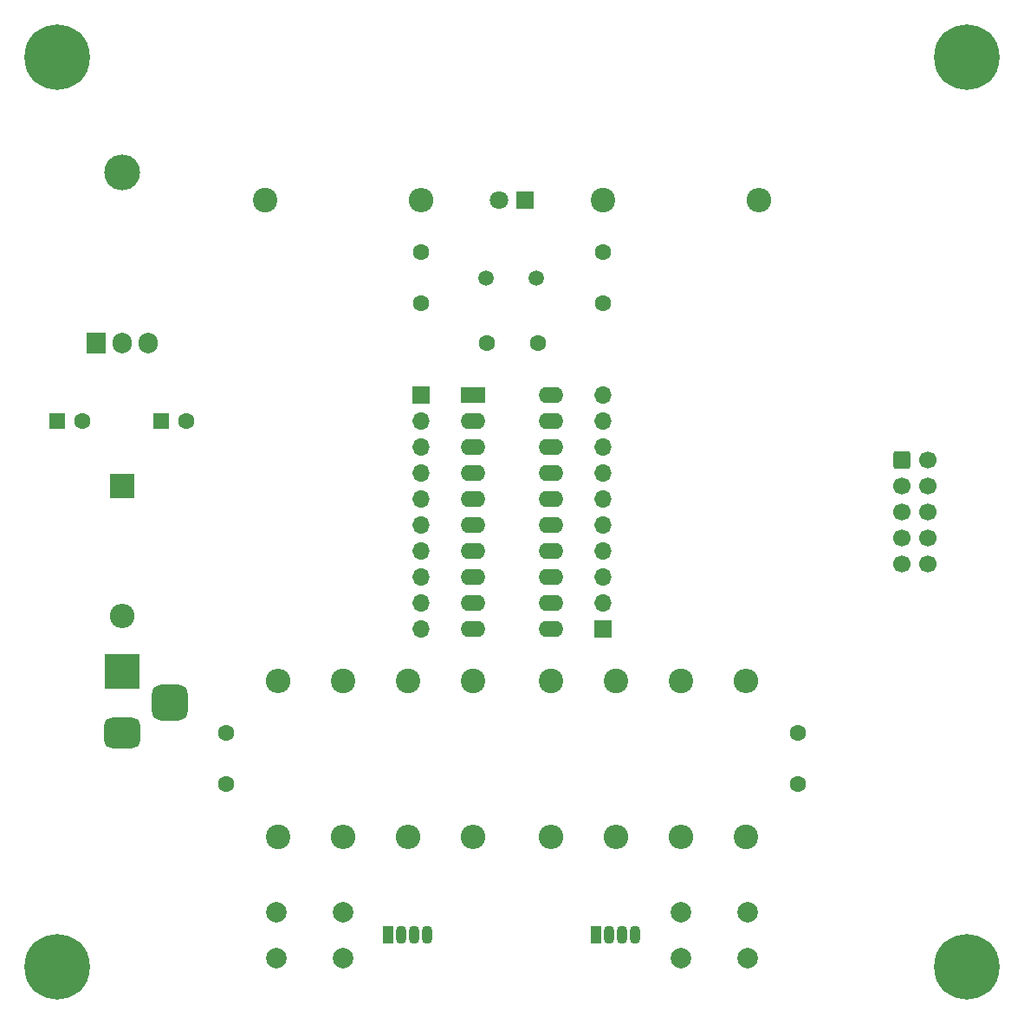
<source format=gbs>
G04 #@! TF.GenerationSoftware,KiCad,Pcbnew,7.0.10*
G04 #@! TF.CreationDate,2024-02-15T20:22:10+01:00*
G04 #@! TF.ProjectId,at90s1200,61743930-7331-4323-9030-2e6b69636164,V1.0*
G04 #@! TF.SameCoordinates,Original*
G04 #@! TF.FileFunction,Soldermask,Bot*
G04 #@! TF.FilePolarity,Negative*
%FSLAX46Y46*%
G04 Gerber Fmt 4.6, Leading zero omitted, Abs format (unit mm)*
G04 Created by KiCad (PCBNEW 7.0.10) date 2024-02-15 20:22:10*
%MOMM*%
%LPD*%
G01*
G04 APERTURE LIST*
G04 Aperture macros list*
%AMRoundRect*
0 Rectangle with rounded corners*
0 $1 Rounding radius*
0 $2 $3 $4 $5 $6 $7 $8 $9 X,Y pos of 4 corners*
0 Add a 4 corners polygon primitive as box body*
4,1,4,$2,$3,$4,$5,$6,$7,$8,$9,$2,$3,0*
0 Add four circle primitives for the rounded corners*
1,1,$1+$1,$2,$3*
1,1,$1+$1,$4,$5*
1,1,$1+$1,$6,$7*
1,1,$1+$1,$8,$9*
0 Add four rect primitives between the rounded corners*
20,1,$1+$1,$2,$3,$4,$5,0*
20,1,$1+$1,$4,$5,$6,$7,0*
20,1,$1+$1,$6,$7,$8,$9,0*
20,1,$1+$1,$8,$9,$2,$3,0*%
G04 Aperture macros list end*
%ADD10R,1.600000X1.600000*%
%ADD11C,1.600000*%
%ADD12R,2.400000X2.400000*%
%ADD13O,2.400000X2.400000*%
%ADD14RoundRect,0.250000X-0.600000X-0.600000X0.600000X-0.600000X0.600000X0.600000X-0.600000X0.600000X0*%
%ADD15C,1.700000*%
%ADD16R,3.500000X3.500000*%
%ADD17RoundRect,0.750000X1.000000X-0.750000X1.000000X0.750000X-1.000000X0.750000X-1.000000X-0.750000X0*%
%ADD18RoundRect,0.875000X0.875000X-0.875000X0.875000X0.875000X-0.875000X0.875000X-0.875000X-0.875000X0*%
%ADD19O,3.500000X3.500000*%
%ADD20R,1.905000X2.000000*%
%ADD21O,1.905000X2.000000*%
%ADD22C,1.500000*%
%ADD23R,2.400000X1.600000*%
%ADD24O,2.400000X1.600000*%
%ADD25C,0.800000*%
%ADD26C,6.400000*%
%ADD27R,1.700000X1.700000*%
%ADD28O,1.700000X1.700000*%
%ADD29R,1.800000X1.800000*%
%ADD30C,1.800000*%
%ADD31C,2.400000*%
%ADD32R,1.070000X1.800000*%
%ADD33O,1.070000X1.800000*%
%ADD34C,2.000000*%
G04 APERTURE END LIST*
D10*
X101600000Y-100330000D03*
D11*
X104100000Y-100330000D03*
X148590000Y-92710000D03*
X143590000Y-92710000D03*
D12*
X107950000Y-106680000D03*
D13*
X107950000Y-119380000D03*
D14*
X184150000Y-104140000D03*
D15*
X186690000Y-104140000D03*
X184150000Y-106680000D03*
X186690000Y-106680000D03*
X184150000Y-109220000D03*
X186690000Y-109220000D03*
X184150000Y-111760000D03*
X186690000Y-111760000D03*
X184150000Y-114300000D03*
X186690000Y-114300000D03*
D16*
X107950000Y-124810000D03*
D17*
X107950000Y-130810000D03*
D18*
X112650000Y-127810000D03*
D19*
X107950000Y-76050000D03*
D20*
X105410000Y-92710000D03*
D21*
X107950000Y-92710000D03*
X110490000Y-92710000D03*
D22*
X143510000Y-86360000D03*
X148390000Y-86360000D03*
D23*
X142240000Y-97790000D03*
D24*
X142240000Y-100330000D03*
X142240000Y-102870000D03*
X142240000Y-105410000D03*
X142240000Y-107950000D03*
X142240000Y-110490000D03*
X142240000Y-113030000D03*
X142240000Y-115570000D03*
X142240000Y-118110000D03*
X142240000Y-120650000D03*
X149860000Y-120650000D03*
X149860000Y-118110000D03*
X149860000Y-115570000D03*
X149860000Y-113030000D03*
X149860000Y-110490000D03*
X149860000Y-107950000D03*
X149860000Y-105410000D03*
X149860000Y-102870000D03*
X149860000Y-100330000D03*
X149860000Y-97790000D03*
D10*
X111760000Y-100330000D03*
D11*
X114260000Y-100330000D03*
D25*
X99200000Y-64770000D03*
X99902944Y-63072944D03*
X99902944Y-66467056D03*
X101600000Y-62370000D03*
D26*
X101600000Y-64770000D03*
D25*
X101600000Y-67170000D03*
X103297056Y-63072944D03*
X103297056Y-66467056D03*
X104000000Y-64770000D03*
X188100000Y-64770000D03*
X188802944Y-63072944D03*
X188802944Y-66467056D03*
X190500000Y-62370000D03*
D26*
X190500000Y-64770000D03*
D25*
X190500000Y-67170000D03*
X192197056Y-63072944D03*
X192197056Y-66467056D03*
X192900000Y-64770000D03*
X188100000Y-153670000D03*
X188802944Y-151972944D03*
X188802944Y-155367056D03*
X190500000Y-151270000D03*
D26*
X190500000Y-153670000D03*
D25*
X190500000Y-156070000D03*
X192197056Y-151972944D03*
X192197056Y-155367056D03*
X192900000Y-153670000D03*
X99200000Y-153670000D03*
X99902944Y-151972944D03*
X99902944Y-155367056D03*
X101600000Y-151270000D03*
D26*
X101600000Y-153670000D03*
D25*
X101600000Y-156070000D03*
X103297056Y-151972944D03*
X103297056Y-155367056D03*
X104000000Y-153670000D03*
D11*
X154940000Y-83820000D03*
X154940000Y-88820000D03*
X137160000Y-83820000D03*
X137160000Y-88820000D03*
D27*
X137160000Y-97790000D03*
D28*
X137160000Y-100330000D03*
X137160000Y-102870000D03*
X137160000Y-105410000D03*
X137160000Y-107950000D03*
X137160000Y-110490000D03*
X137160000Y-113030000D03*
X137160000Y-115570000D03*
X137160000Y-118110000D03*
X137160000Y-120650000D03*
D27*
X154940000Y-120650000D03*
D28*
X154940000Y-118110000D03*
X154940000Y-115570000D03*
X154940000Y-113030000D03*
X154940000Y-110490000D03*
X154940000Y-107950000D03*
X154940000Y-105410000D03*
X154940000Y-102870000D03*
X154940000Y-100330000D03*
X154940000Y-97790000D03*
D29*
X147320000Y-78740000D03*
D30*
X144780000Y-78740000D03*
D31*
X121920000Y-78740000D03*
D13*
X137160000Y-78740000D03*
D32*
X154305000Y-150495000D03*
D33*
X155575000Y-150495000D03*
X156845000Y-150495000D03*
X158115000Y-150495000D03*
D31*
X156210000Y-125730000D03*
D13*
X156210000Y-140970000D03*
D31*
X162560000Y-125730000D03*
D13*
X162560000Y-140970000D03*
D31*
X149860000Y-125730000D03*
D13*
X149860000Y-140970000D03*
D34*
X169060000Y-148336000D03*
X162560000Y-148336000D03*
X169060000Y-152836000D03*
X162560000Y-152836000D03*
D11*
X118110000Y-130810000D03*
X118110000Y-135810000D03*
X173990000Y-130810000D03*
X173990000Y-135810000D03*
D31*
X168910000Y-140970000D03*
D13*
X168910000Y-125730000D03*
D32*
X133985000Y-150495000D03*
D33*
X135255000Y-150495000D03*
X136525000Y-150495000D03*
X137795000Y-150495000D03*
D34*
X129540000Y-148336000D03*
X123040000Y-148336000D03*
X129540000Y-152836000D03*
X123040000Y-152836000D03*
D31*
X129540000Y-125730000D03*
D13*
X129540000Y-140970000D03*
D31*
X142240000Y-125730000D03*
D13*
X142240000Y-140970000D03*
D31*
X135890000Y-125730000D03*
D13*
X135890000Y-140970000D03*
D31*
X123190000Y-140970000D03*
D13*
X123190000Y-125730000D03*
D31*
X154940000Y-78740000D03*
D13*
X170180000Y-78740000D03*
M02*

</source>
